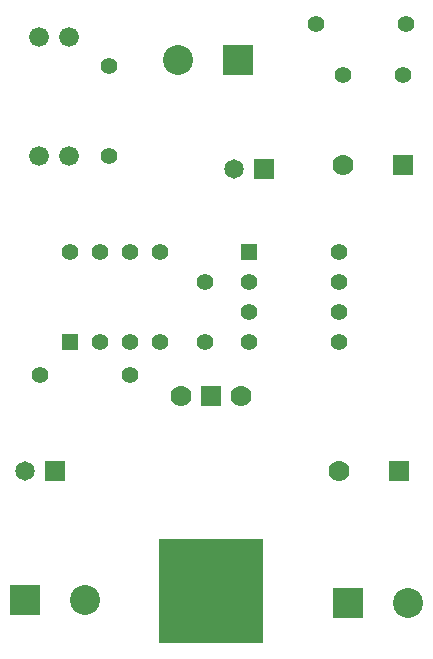
<source format=gtl>
G04 (created by PCBNEW-RS274X (2012-apr-16-27)-stable) date Wed 27 Jan 2016 07:56:39 AM BRST*
G01*
G70*
G90*
%MOIN*%
G04 Gerber Fmt 3.4, Leading zero omitted, Abs format*
%FSLAX34Y34*%
G04 APERTURE LIST*
%ADD10C,0.006000*%
%ADD11C,0.055000*%
%ADD12R,0.350000X0.350000*%
%ADD13C,0.070000*%
%ADD14R,0.070000X0.070000*%
%ADD15C,0.066000*%
%ADD16R,0.055000X0.055000*%
%ADD17R,0.065000X0.065000*%
%ADD18C,0.065000*%
%ADD19R,0.100000X0.100000*%
%ADD20C,0.100000*%
G04 APERTURE END LIST*
G54D10*
G54D11*
X64150Y-31400D03*
X61150Y-31400D03*
G54D12*
X57650Y-50300D03*
G54D13*
X58650Y-43800D03*
G54D14*
X57650Y-43800D03*
G54D13*
X56650Y-43800D03*
G54D15*
X51900Y-35800D03*
X52900Y-35800D03*
X51900Y-31850D03*
X52900Y-31850D03*
G54D16*
X52950Y-42000D03*
G54D11*
X53950Y-42000D03*
X54950Y-42000D03*
X55950Y-42000D03*
X55950Y-39000D03*
X54950Y-39000D03*
X53950Y-39000D03*
X52950Y-39000D03*
G54D16*
X58900Y-39000D03*
G54D11*
X58900Y-40000D03*
X58900Y-41000D03*
X58900Y-42000D03*
X61900Y-42000D03*
X61900Y-41000D03*
X61900Y-40000D03*
X61900Y-39000D03*
G54D14*
X63900Y-46300D03*
G54D13*
X61900Y-46300D03*
G54D14*
X64050Y-36100D03*
G54D13*
X62050Y-36100D03*
G54D11*
X64050Y-33100D03*
X62050Y-33100D03*
X57450Y-40000D03*
X57450Y-42000D03*
G54D17*
X52450Y-46300D03*
G54D18*
X51450Y-46300D03*
G54D17*
X59400Y-36250D03*
G54D18*
X58400Y-36250D03*
G54D19*
X51450Y-50600D03*
G54D20*
X53450Y-50600D03*
G54D19*
X58550Y-32600D03*
G54D20*
X56550Y-32600D03*
G54D19*
X62200Y-50700D03*
G54D20*
X64200Y-50700D03*
G54D11*
X54250Y-32800D03*
X54250Y-35800D03*
X51950Y-43100D03*
X54950Y-43100D03*
M02*

</source>
